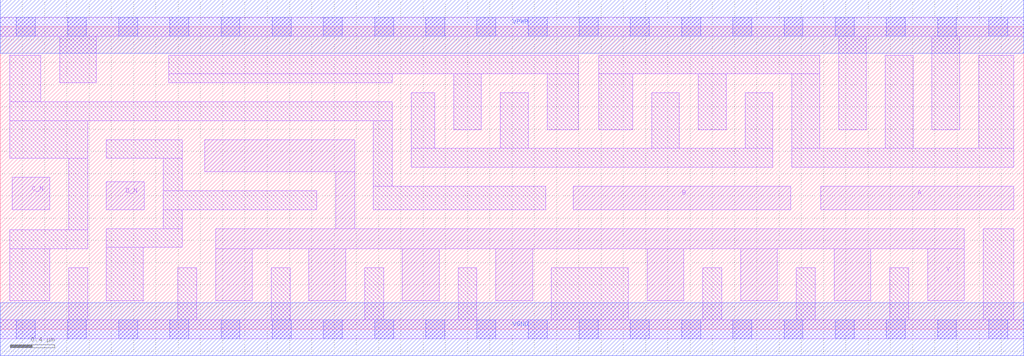
<source format=lef>
# Copyright 2020 The SkyWater PDK Authors
#
# Licensed under the Apache License, Version 2.0 (the "License");
# you may not use this file except in compliance with the License.
# You may obtain a copy of the License at
#
#     https://www.apache.org/licenses/LICENSE-2.0
#
# Unless required by applicable law or agreed to in writing, software
# distributed under the License is distributed on an "AS IS" BASIS,
# WITHOUT WARRANTIES OR CONDITIONS OF ANY KIND, either express or implied.
# See the License for the specific language governing permissions and
# limitations under the License.
#
# SPDX-License-Identifier: Apache-2.0

VERSION 5.7 ;
  NOWIREEXTENSIONATPIN ON ;
  DIVIDERCHAR "/" ;
  BUSBITCHARS "[]" ;
UNITS
  DATABASE MICRONS 200 ;
END UNITS
MACRO sky130_fd_sc_hd__nor4bb_4
  CLASS CORE ;
  FOREIGN sky130_fd_sc_hd__nor4bb_4 ;
  ORIGIN  0.000000  0.000000 ;
  SIZE  9.200000 BY  2.720000 ;
  SYMMETRY X Y R90 ;
  SITE unithd ;
  PIN A
    ANTENNAGATEAREA  0.990000 ;
    DIRECTION INPUT ;
    USE SIGNAL ;
    PORT
      LAYER li1 ;
        RECT 7.375000 1.075000 9.110000 1.285000 ;
    END
  END A
  PIN B
    ANTENNAGATEAREA  0.990000 ;
    DIRECTION INPUT ;
    USE SIGNAL ;
    PORT
      LAYER li1 ;
        RECT 5.150000 1.075000 7.105000 1.285000 ;
    END
  END B
  PIN C_N
    ANTENNAGATEAREA  0.247500 ;
    DIRECTION INPUT ;
    USE SIGNAL ;
    PORT
      LAYER li1 ;
        RECT 0.110000 1.075000 0.445000 1.365000 ;
    END
  END C_N
  PIN D_N
    ANTENNAGATEAREA  0.247500 ;
    DIRECTION INPUT ;
    USE SIGNAL ;
    PORT
      LAYER li1 ;
        RECT 0.955000 1.075000 1.295000 1.325000 ;
    END
  END D_N
  PIN Y
    ANTENNADIFFAREA  1.944000 ;
    DIRECTION OUTPUT ;
    USE SIGNAL ;
    PORT
      LAYER li1 ;
        RECT 1.840000 1.415000 3.185000 1.705000 ;
        RECT 1.935000 0.255000 2.265000 0.725000 ;
        RECT 1.935000 0.725000 8.665000 0.905000 ;
        RECT 2.775000 0.255000 3.105000 0.725000 ;
        RECT 3.015000 0.905000 3.185000 1.415000 ;
        RECT 3.615000 0.255000 3.945000 0.725000 ;
        RECT 4.455000 0.255000 4.785000 0.725000 ;
        RECT 5.815000 0.255000 6.145000 0.725000 ;
        RECT 6.655000 0.255000 6.985000 0.725000 ;
        RECT 7.495000 0.255000 7.825000 0.725000 ;
        RECT 8.335000 0.255000 8.665000 0.725000 ;
    END
  END Y
  PIN VGND
    DIRECTION INOUT ;
    SHAPE ABUTMENT ;
    USE GROUND ;
    PORT
      LAYER met1 ;
        RECT 0.000000 -0.240000 9.200000 0.240000 ;
    END
  END VGND
  PIN VPWR
    DIRECTION INOUT ;
    SHAPE ABUTMENT ;
    USE POWER ;
    PORT
      LAYER met1 ;
        RECT 0.000000 2.480000 9.200000 2.960000 ;
    END
  END VPWR
  OBS
    LAYER li1 ;
      RECT 0.000000 -0.085000 9.200000 0.085000 ;
      RECT 0.000000  2.635000 9.200000 2.805000 ;
      RECT 0.085000  0.255000 0.445000 0.725000 ;
      RECT 0.085000  0.725000 0.785000 0.895000 ;
      RECT 0.085000  1.535000 0.785000 1.875000 ;
      RECT 0.085000  1.875000 3.525000 2.045000 ;
      RECT 0.085000  2.045000 0.365000 2.465000 ;
      RECT 0.535000  2.215000 0.865000 2.635000 ;
      RECT 0.615000  0.085000 0.785000 0.555000 ;
      RECT 0.615000  0.895000 0.785000 1.535000 ;
      RECT 0.955000  0.255000 1.285000 0.735000 ;
      RECT 0.955000  0.735000 1.635000 0.905000 ;
      RECT 0.955000  1.535000 1.635000 1.705000 ;
      RECT 1.465000  0.905000 1.635000 1.075000 ;
      RECT 1.465000  1.075000 2.845000 1.245000 ;
      RECT 1.465000  1.245000 1.635000 1.535000 ;
      RECT 1.515000  2.215000 3.525000 2.295000 ;
      RECT 1.515000  2.295000 5.195000 2.465000 ;
      RECT 1.595000  0.085000 1.765000 0.555000 ;
      RECT 2.435000  0.085000 2.605000 0.555000 ;
      RECT 3.275000  0.085000 3.445000 0.555000 ;
      RECT 3.355000  1.075000 4.905000 1.285000 ;
      RECT 3.355000  1.285000 3.525000 1.875000 ;
      RECT 3.695000  1.455000 6.945000 1.625000 ;
      RECT 3.695000  1.625000 3.905000 2.125000 ;
      RECT 4.075000  1.795000 4.325000 2.295000 ;
      RECT 4.115000  0.085000 4.285000 0.555000 ;
      RECT 4.495000  1.625000 4.745000 2.125000 ;
      RECT 4.915000  1.795000 5.195000 2.295000 ;
      RECT 4.955000  0.085000 5.645000 0.555000 ;
      RECT 5.380000  1.795000 5.685000 2.295000 ;
      RECT 5.380000  2.295000 7.365000 2.465000 ;
      RECT 5.855000  1.625000 6.105000 2.125000 ;
      RECT 6.275000  1.795000 6.525000 2.295000 ;
      RECT 6.315000  0.085000 6.485000 0.555000 ;
      RECT 6.695000  1.625000 6.945000 2.125000 ;
      RECT 7.115000  1.455000 9.110000 1.625000 ;
      RECT 7.115000  1.625000 7.365000 2.295000 ;
      RECT 7.155000  0.085000 7.325000 0.555000 ;
      RECT 7.535000  1.795000 7.785000 2.635000 ;
      RECT 7.955000  1.625000 8.205000 2.465000 ;
      RECT 7.995000  0.085000 8.165000 0.555000 ;
      RECT 8.375000  1.795000 8.625000 2.635000 ;
      RECT 8.795000  1.625000 9.110000 2.465000 ;
      RECT 8.835000  0.085000 9.110000 0.905000 ;
    LAYER mcon ;
      RECT 0.145000 -0.085000 0.315000 0.085000 ;
      RECT 0.145000  2.635000 0.315000 2.805000 ;
      RECT 0.605000 -0.085000 0.775000 0.085000 ;
      RECT 0.605000  2.635000 0.775000 2.805000 ;
      RECT 1.065000 -0.085000 1.235000 0.085000 ;
      RECT 1.065000  2.635000 1.235000 2.805000 ;
      RECT 1.525000 -0.085000 1.695000 0.085000 ;
      RECT 1.525000  2.635000 1.695000 2.805000 ;
      RECT 1.985000 -0.085000 2.155000 0.085000 ;
      RECT 1.985000  2.635000 2.155000 2.805000 ;
      RECT 2.445000 -0.085000 2.615000 0.085000 ;
      RECT 2.445000  2.635000 2.615000 2.805000 ;
      RECT 2.905000 -0.085000 3.075000 0.085000 ;
      RECT 2.905000  2.635000 3.075000 2.805000 ;
      RECT 3.365000 -0.085000 3.535000 0.085000 ;
      RECT 3.365000  2.635000 3.535000 2.805000 ;
      RECT 3.825000 -0.085000 3.995000 0.085000 ;
      RECT 3.825000  2.635000 3.995000 2.805000 ;
      RECT 4.285000 -0.085000 4.455000 0.085000 ;
      RECT 4.285000  2.635000 4.455000 2.805000 ;
      RECT 4.745000 -0.085000 4.915000 0.085000 ;
      RECT 4.745000  2.635000 4.915000 2.805000 ;
      RECT 5.205000 -0.085000 5.375000 0.085000 ;
      RECT 5.205000  2.635000 5.375000 2.805000 ;
      RECT 5.665000 -0.085000 5.835000 0.085000 ;
      RECT 5.665000  2.635000 5.835000 2.805000 ;
      RECT 6.125000 -0.085000 6.295000 0.085000 ;
      RECT 6.125000  2.635000 6.295000 2.805000 ;
      RECT 6.585000 -0.085000 6.755000 0.085000 ;
      RECT 6.585000  2.635000 6.755000 2.805000 ;
      RECT 7.045000 -0.085000 7.215000 0.085000 ;
      RECT 7.045000  2.635000 7.215000 2.805000 ;
      RECT 7.505000 -0.085000 7.675000 0.085000 ;
      RECT 7.505000  2.635000 7.675000 2.805000 ;
      RECT 7.965000 -0.085000 8.135000 0.085000 ;
      RECT 7.965000  2.635000 8.135000 2.805000 ;
      RECT 8.425000 -0.085000 8.595000 0.085000 ;
      RECT 8.425000  2.635000 8.595000 2.805000 ;
      RECT 8.885000 -0.085000 9.055000 0.085000 ;
      RECT 8.885000  2.635000 9.055000 2.805000 ;
  END
END sky130_fd_sc_hd__nor4bb_4
END LIBRARY

</source>
